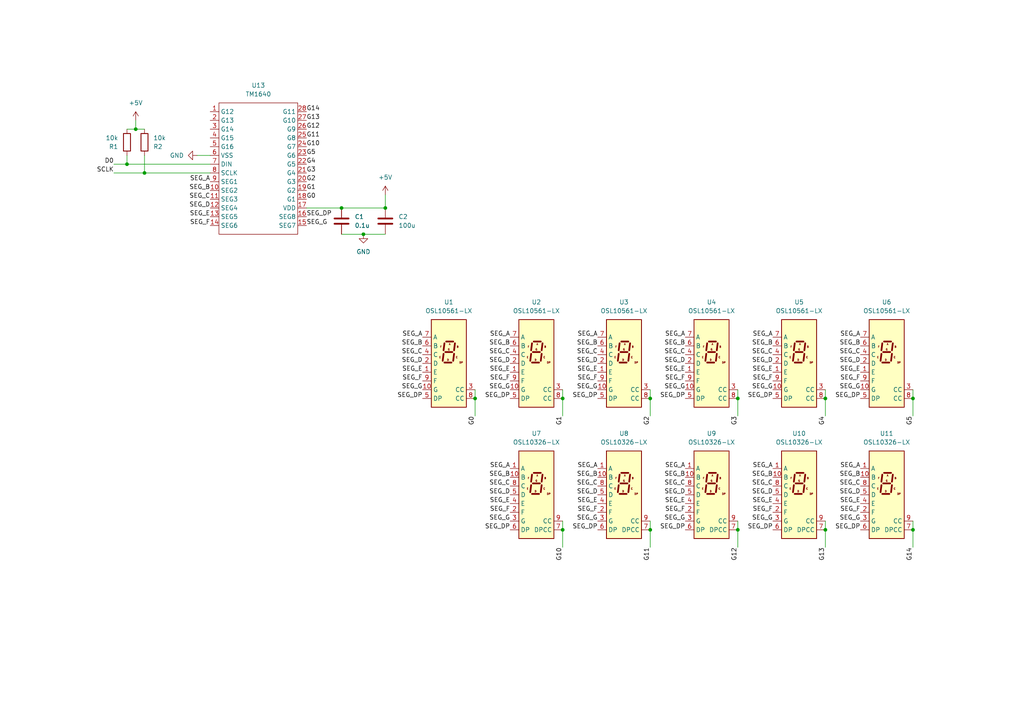
<source format=kicad_sch>
(kicad_sch (version 20230121) (generator eeschema)
  (paper "A4")
  (lib_symbols
    (symbol "Device:C" (pin_numbers hide) (pin_names (offset 0.254))
      (property "Reference" "C" (at 0.635 2.54 0))
      (property "Value" "C" (at 0.635 -2.54 0))
      (symbol "C_0_1"
        (polyline (pts (xy -2.032 -0.762) (xy 2.032 -0.762)) (stroke (width 0.508)))
        (polyline (pts (xy -2.032 0.762) (xy 2.032 0.762)) (stroke (width 0.508)))
      )
      (symbol "C_1_1"
        (pin passive line (at 0 3.81 270) (length 2.794) (name "~") (number "1"))
        (pin passive line (at 0 -3.81 90) (length 2.794) (name "~") (number "2"))
      )
    )
    (symbol "Device:R" (pin_numbers hide) (pin_names (offset 0))
      (property "Reference" "R" (at 2.032 0 90))
      (property "Value" "R" (at 0 0 90))
      (symbol "R_0_1"
        (rectangle (start -1.016 -2.54) (end 1.016 2.54) (stroke (width 0.254)))
      )
      (symbol "R_1_1"
        (pin passive line (at 0 3.81 270) (length 1.27) (name "~") (number "1"))
        (pin passive line (at 0 -3.81 90) (length 1.27) (name "~") (number "2"))
      )
    )
    (symbol "Rev counter by BT:OSL10326-LX"
      (property "Reference" "U" (at 0 17.78 0))
      (property "Value" "OSL10326-LX" (at 0 15.24 0))
      (symbol "OSL10326-LX_0_0"
        (text "A" (at 0.254 5.588 0) (effects (font (size 0.508 0.508))))
        (text "B" (at 2.54 4.826 0) (effects (font (size 0.508 0.508))))
        (text "C" (at 2.286 1.778 0) (effects (font (size 0.508 0.508))))
        (text "D" (at -0.254 1.016 0) (effects (font (size 0.508 0.508))))
        (text "DP" (at 3.556 0.254 0) (effects (font (size 0.508 0.508))))
        (text "E" (at -2.54 1.778 0) (effects (font (size 0.508 0.508))))
        (text "F" (at -2.286 4.826 0) (effects (font (size 0.508 0.508))))
        (text "G" (at 0 4.064 0) (effects (font (size 0.508 0.508))))
      )
      (symbol "OSL10326-LX_0_1"
        (rectangle (start -5.08 12.7) (end 5.08 -12.7) (stroke (width 0.254)) (fill (type background)))
        (polyline (pts (xy -1.524 2.794) (xy -1.778 0.762)) (stroke (width 0.508)))
        (polyline (pts (xy -1.27 0.254) (xy 0.762 0.254)) (stroke (width 0.508)))
        (polyline (pts (xy -1.27 5.842) (xy -1.524 3.81)) (stroke (width 0.508)))
        (polyline (pts (xy -1.016 3.302) (xy 1.016 3.302)) (stroke (width 0.508)))
        (polyline (pts (xy -0.762 6.35) (xy 1.27 6.35)) (stroke (width 0.508)))
        (polyline (pts (xy 1.524 2.794) (xy 1.27 0.762)) (stroke (width 0.508)))
        (polyline (pts (xy 1.778 5.842) (xy 1.524 3.81)) (stroke (width 0.508)))
        (polyline (pts (xy 2.54 0.254) (xy 2.54 0.254)) (stroke (width 0.508)))
      )
      (symbol "OSL10326-LX_1_1"
        (pin input line (at -7.62 7.62 0) (length 2.54) (name "A") (number "1"))
        (pin input line (at -7.62 5.08 0) (length 2.54) (name "B") (number "10"))
        (pin input line (at -7.62 -5.08 0) (length 2.54) (name "F") (number "2"))
        (pin input line (at -7.62 -7.62 0) (length 2.54) (name "G") (number "3"))
        (pin input line (at -7.62 -2.54 0) (length 2.54) (name "E") (number "4"))
        (pin input line (at -7.62 0 0) (length 2.54) (name "D") (number "5"))
        (pin input line (at -7.62 -10.16 0) (length 2.54) (name "DP") (number "6"))
        (pin input line (at 7.62 -10.16 180) (length 2.54) (name "DPCC") (number "7"))
        (pin input line (at -7.62 2.54 0) (length 2.54) (name "C") (number "8"))
        (pin input line (at 7.62 -7.62 180) (length 2.54) (name "CC") (number "9"))
      )
    )
    (symbol "Rev counter by BT:OSL10561-LX"
      (property "Reference" "U" (at 0 17.78 0))
      (property "Value" "OSL10561-LX" (at 0 15.24 0))
      (symbol "OSL10561-LX_0_0"
        (text "A" (at 0.254 5.588 0) (effects (font (size 0.508 0.508))))
        (text "B" (at 2.54 4.826 0) (effects (font (size 0.508 0.508))))
        (text "C" (at 2.286 1.778 0) (effects (font (size 0.508 0.508))))
        (text "D" (at -0.254 1.016 0) (effects (font (size 0.508 0.508))))
        (text "DP" (at 3.556 0.254 0) (effects (font (size 0.508 0.508))))
        (text "E" (at -2.54 1.778 0) (effects (font (size 0.508 0.508))))
        (text "F" (at -2.286 4.826 0) (effects (font (size 0.508 0.508))))
        (text "G" (at 0 4.064 0) (effects (font (size 0.508 0.508))))
      )
      (symbol "OSL10561-LX_0_1"
        (rectangle (start -5.08 12.7) (end 5.08 -12.7) (stroke (width 0.254)) (fill (type background)))
        (polyline (pts (xy -1.524 2.794) (xy -1.778 0.762)) (stroke (width 0.508)))
        (polyline (pts (xy -1.27 0.254) (xy 0.762 0.254)) (stroke (width 0.508)))
        (polyline (pts (xy -1.27 5.842) (xy -1.524 3.81)) (stroke (width 0.508)))
        (polyline (pts (xy -1.016 3.302) (xy 1.016 3.302)) (stroke (width 0.508)))
        (polyline (pts (xy -0.762 6.35) (xy 1.27 6.35)) (stroke (width 0.508)))
        (polyline (pts (xy 1.524 2.794) (xy 1.27 0.762)) (stroke (width 0.508)))
        (polyline (pts (xy 1.778 5.842) (xy 1.524 3.81)) (stroke (width 0.508)))
        (polyline (pts (xy 2.54 0.254) (xy 2.54 0.254)) (stroke (width 0.508)))
      )
      (symbol "OSL10561-LX_1_1"
        (pin input line (at -7.62 -2.54 0) (length 2.54) (name "E") (number "1"))
        (pin input line (at -7.62 -7.62 0) (length 2.54) (name "G") (number "10"))
        (pin input line (at -7.62 0 0) (length 2.54) (name "D") (number "2"))
        (pin input line (at 7.62 -7.62 180) (length 2.54) (name "CC") (number "3"))
        (pin input line (at -7.62 2.54 0) (length 2.54) (name "C") (number "4"))
        (pin input line (at -7.62 -10.16 0) (length 2.54) (name "DP") (number "5"))
        (pin input line (at -7.62 5.08 0) (length 2.54) (name "B") (number "6"))
        (pin input line (at -7.62 7.62 0) (length 2.54) (name "A") (number "7"))
        (pin input line (at 7.62 -10.16 180) (length 2.54) (name "CC") (number "8"))
        (pin input line (at -7.62 -5.08 0) (length 2.54) (name "F") (number "9"))
      )
    )
    (symbol "Rev counter by BT:TM1640"
      (property "Reference" "U" (at 0 24.13 0))
      (property "Value" "TM1640" (at 0 21.59 0))
      (symbol "TM1640_0_1"
        (rectangle (start -11.43 19.05) (end 11.43 -19.05))
      )
      (symbol "TM1640_1_1"
        (pin input line (at -13.97 16.51 0) (length 2.54) (name "G12") (number "1"))
        (pin input line (at -13.97 -6.35 0) (length 2.54) (name "SEG2") (number "10"))
        (pin input line (at -13.97 -8.89 0) (length 2.54) (name "SEG3") (number "11"))
        (pin input line (at -13.97 -11.43 0) (length 2.54) (name "SEG4") (number "12"))
        (pin input line (at -13.97 -13.97 0) (length 2.54) (name "SEG5") (number "13"))
        (pin input line (at -13.97 -16.51 0) (length 2.54) (name "SEG6") (number "14"))
        (pin input line (at 13.97 -16.51 180) (length 2.54) (name "SEG7") (number "15"))
        (pin input line (at 13.97 -13.97 180) (length 2.54) (name "SEG8") (number "16"))
        (pin input line (at 13.97 -11.43 180) (length 2.54) (name "VDD") (number "17"))
        (pin input line (at 13.97 -8.89 180) (length 2.54) (name "G1") (number "18"))
        (pin input line (at 13.97 -6.35 180) (length 2.54) (name "G2") (number "19"))
        (pin input line (at -13.97 13.97 0) (length 2.54) (name "G13") (number "2"))
        (pin input line (at 13.97 -3.81 180) (length 2.54) (name "G3") (number "20"))
        (pin input line (at 13.97 -1.27 180) (length 2.54) (name "G4") (number "21"))
        (pin input line (at 13.97 1.27 180) (length 2.54) (name "G5") (number "22"))
        (pin input line (at 13.97 3.81 180) (length 2.54) (name "G6") (number "23"))
        (pin input line (at 13.97 6.35 180) (length 2.54) (name "G7") (number "24"))
        (pin input line (at 13.97 8.89 180) (length 2.54) (name "G8") (number "25"))
        (pin input line (at 13.97 11.43 180) (length 2.54) (name "G9") (number "26"))
        (pin input line (at 13.97 13.97 180) (length 2.54) (name "G10") (number "27"))
        (pin input line (at 13.97 16.51 180) (length 2.54) (name "G11") (number "28"))
        (pin input line (at -13.97 11.43 0) (length 2.54) (name "G14") (number "3"))
        (pin input line (at -13.97 8.89 0) (length 2.54) (name "G15") (number "4"))
        (pin input line (at -13.97 6.35 0) (length 2.54) (name "G16") (number "5"))
        (pin input line (at -13.97 3.81 0) (length 2.54) (name "VSS") (number "6"))
        (pin input line (at -13.97 1.27 0) (length 2.54) (name "DIN") (number "7"))
        (pin input line (at -13.97 -1.27 0) (length 2.54) (name "SCLK") (number "8"))
        (pin input line (at -13.97 -3.81 0) (length 2.54) (name "SEG1") (number "9"))
      )
    )
    (symbol "power:+5V" (power) (pin_names (offset 0))
      (property "Value" "+5V" (at 0 3.556 0))
      (symbol "+5V_0_1"
        (polyline (pts (xy -0.762 1.27) (xy 0 2.54)))
        (polyline (pts (xy 0 0) (xy 0 2.54)))
        (polyline (pts (xy 0 2.54) (xy 0.762 1.27)))
      )
      (symbol "+5V_1_1"
        (pin power_in line (at 0 0 90) (length 0) hide (name "+5V") (number "1"))
      )
    )
    (symbol "power:GND" (power) (pin_names (offset 0))
      (property "Value" "GND" (at 0 -3.81 0))
      (symbol "GND_0_1"
        (polyline (pts (xy 0 0) (xy 0 -1.27) (xy 1.27 -1.27) (xy 0 -2.54) (xy -1.27 -1.27) (xy 0 -1.27)))
      )
      (symbol "GND_1_1"
        (pin power_in line (at 0 0 270) (length 0) hide (name "GND") (number "1"))
      )
    )
  )
  (junction (at 213.995 153.67))
  (junction (at 39.37 37.465))
  (junction (at 264.795 115.57))
  (junction (at 264.795 153.67))
  (junction (at 41.91 50.165))
  (junction (at 163.195 153.67))
  (junction (at 188.595 115.57))
  (junction (at 99.06 60.325))
  (junction (at 111.76 60.325))
  (junction (at 163.195 115.57))
  (junction (at 213.995 115.57))
  (junction (at 105.41 67.945))
  (junction (at 137.795 115.57))
  (junction (at 239.395 153.67))
  (junction (at 188.595 153.67))
  (junction (at 36.83 47.625))
  (junction (at 239.395 115.57))
  (wire (pts (xy 163.195 158.75) (xy 163.195 153.67)))
  (wire (pts (xy 213.995 158.75) (xy 213.995 153.67)))
  (wire (pts (xy 111.76 56.515) (xy 111.76 60.325)))
  (wire (pts (xy 188.595 153.67) (xy 188.595 151.13)))
  (wire (pts (xy 39.37 37.465) (xy 41.91 37.465)))
  (wire (pts (xy 239.395 153.67) (xy 239.395 151.13)))
  (wire (pts (xy 163.195 115.57) (xy 163.195 113.03)))
  (wire (pts (xy 36.83 45.085) (xy 36.83 47.625)))
  (wire (pts (xy 264.795 115.57) (xy 264.795 113.03)))
  (wire (pts (xy 105.41 67.945) (xy 111.76 67.945)))
  (wire (pts (xy 239.395 115.57) (xy 239.395 113.03)))
  (wire (pts (xy 264.795 158.75) (xy 264.795 153.67)))
  (wire (pts (xy 213.995 153.67) (xy 213.995 151.13)))
  (wire (pts (xy 137.795 115.57) (xy 137.795 113.03)))
  (wire (pts (xy 33.02 50.165) (xy 41.91 50.165)))
  (wire (pts (xy 163.195 153.67) (xy 163.195 151.13)))
  (wire (pts (xy 137.795 120.65) (xy 137.795 115.57)))
  (wire (pts (xy 39.37 37.465) (xy 39.37 34.925)))
  (wire (pts (xy 239.395 158.75) (xy 239.395 153.67)))
  (wire (pts (xy 264.795 120.65) (xy 264.795 115.57)))
  (wire (pts (xy 36.83 47.625) (xy 60.96 47.625)))
  (wire (pts (xy 41.91 45.085) (xy 41.91 50.165)))
  (wire (pts (xy 99.06 67.945) (xy 105.41 67.945)))
  (wire (pts (xy 264.795 153.67) (xy 264.795 151.13)))
  (wire (pts (xy 213.995 115.57) (xy 213.995 113.03)))
  (wire (pts (xy 188.595 158.75) (xy 188.595 153.67)))
  (wire (pts (xy 99.06 60.325) (xy 88.9 60.325)))
  (wire (pts (xy 36.83 37.465) (xy 39.37 37.465)))
  (wire (pts (xy 239.395 120.65) (xy 239.395 115.57)))
  (wire (pts (xy 188.595 120.65) (xy 188.595 115.57)))
  (wire (pts (xy 188.595 115.57) (xy 188.595 113.03)))
  (wire (pts (xy 99.06 60.325) (xy 111.76 60.325)))
  (wire (pts (xy 213.995 120.65) (xy 213.995 115.57)))
  (wire (pts (xy 163.195 120.65) (xy 163.195 115.57)))
  (wire (pts (xy 33.02 47.625) (xy 36.83 47.625)))
  (wire (pts (xy 57.15 45.085) (xy 60.96 45.085)))
  (wire (pts (xy 41.91 50.165) (xy 60.96 50.165)))
  (label "SEG_C" (at 60.96 57.785 180))
  (label "G1" (at 163.195 120.65 270))
  (label "SEG_G" (at 249.555 151.13 180))
  (label "G2" (at 188.595 120.65 270))
  (label "G13" (at 239.395 158.75 270))
  (label "SEG_E" (at 173.355 107.95 180))
  (label "SEG_A" (at 173.355 135.89 180))
  (label "SEG_A" (at 173.355 97.79 180))
  (label "G4" (at 88.9 47.625 0))
  (label "SEG_D" (at 173.355 105.41 180))
  (label "SEG_A" (at 249.555 135.89 180))
  (label "SEG_E" (at 147.955 146.05 180))
  (label "SEG_A" (at 249.555 97.79 180))
  (label "SEG_D" (at 122.555 105.41 180))
  (label "SEG_F" (at 147.955 148.59 180))
  (label "SCLK" (at 33.02 50.165 180))
  (label "SEG_G" (at 122.555 113.03 180))
  (label "G5" (at 264.795 120.65 270))
  (label "SEG_A" (at 224.155 97.79 180))
  (label "SEG_C" (at 198.755 102.87 180))
  (label "SEG_B" (at 198.755 138.43 180))
  (label "SEG_DP" (at 249.555 115.57 180))
  (label "SEG_B" (at 173.355 138.43 180))
  (label "SEG_DP" (at 122.555 115.57 180))
  (label "SEG_DP" (at 88.9 62.865 0))
  (label "SEG_DP" (at 147.955 153.67 180))
  (label "G12" (at 88.9 37.465 0))
  (label "SEG_B" (at 173.355 100.33 180))
  (label "SEG_F" (at 249.555 148.59 180))
  (label "SEG_DP" (at 224.155 115.57 180))
  (label "SEG_C" (at 147.955 102.87 180))
  (label "SEG_C" (at 198.755 140.97 180))
  (label "SEG_G" (at 173.355 113.03 180))
  (label "SEG_E" (at 60.96 62.865 180))
  (label "SEG_E" (at 173.355 146.05 180))
  (label "SEG_A" (at 122.555 97.79 180))
  (label "G5" (at 88.9 45.085 0))
  (label "G10" (at 163.195 158.75 270))
  (label "SEG_F" (at 173.355 148.59 180))
  (label "SEG_F" (at 198.755 148.59 180))
  (label "SEG_DP" (at 224.155 153.67 180))
  (label "SEG_B" (at 224.155 138.43 180))
  (label "SEG_D" (at 249.555 143.51 180))
  (label "SEG_C" (at 224.155 102.87 180))
  (label "SEG_DP" (at 198.755 115.57 180))
  (label "SEG_G" (at 173.355 151.13 180))
  (label "G14" (at 88.9 32.385 0))
  (label "SEG_A" (at 224.155 135.89 180))
  (label "SEG_D" (at 60.96 60.325 180))
  (label "G0" (at 137.795 120.65 270))
  (label "SEG_E" (at 198.755 107.95 180))
  (label "G0" (at 88.9 57.785 0))
  (label "SEG_C" (at 224.155 140.97 180))
  (label "SEG_A" (at 198.755 135.89 180))
  (label "SEG_C" (at 249.555 140.97 180))
  (label "SEG_DP" (at 173.355 153.67 180))
  (label "SEG_F" (at 224.155 110.49 180))
  (label "SEG_F" (at 249.555 110.49 180))
  (label "SEG_DP" (at 249.555 153.67 180))
  (label "SEG_E" (at 249.555 107.95 180))
  (label "SEG_D" (at 147.955 105.41 180))
  (label "SEG_E" (at 224.155 146.05 180))
  (label "SEG_D" (at 224.155 105.41 180))
  (label "SEG_A" (at 147.955 135.89 180))
  (label "SEG_C" (at 147.955 140.97 180))
  (label "SEG_C" (at 173.355 102.87 180))
  (label "SEG_C" (at 173.355 140.97 180))
  (label "SEG_E" (at 122.555 107.95 180))
  (label "SEG_E" (at 224.155 107.95 180))
  (label "SEG_C" (at 249.555 102.87 180))
  (label "G4" (at 239.395 120.65 270))
  (label "SEG_D" (at 249.555 105.41 180))
  (label "SEG_A" (at 60.96 52.705 180))
  (label "SEG_E" (at 147.955 107.95 180))
  (label "SEG_A" (at 147.955 97.79 180))
  (label "SEG_G" (at 224.155 113.03 180))
  (label "SEG_B" (at 60.96 55.245 180))
  (label "SEG_F" (at 224.155 148.59 180))
  (label "SEG_F" (at 198.755 110.49 180))
  (label "SEG_D" (at 173.355 143.51 180))
  (label "SEG_G" (at 198.755 113.03 180))
  (label "SEG_A" (at 198.755 97.79 180))
  (label "SEG_B" (at 147.955 138.43 180))
  (label "G13" (at 88.9 34.925 0))
  (label "SEG_C" (at 122.555 102.87 180))
  (label "D0" (at 33.02 47.625 180))
  (label "SEG_E" (at 198.755 146.05 180))
  (label "G11" (at 88.9 40.005 0))
  (label "SEG_B" (at 249.555 100.33 180))
  (label "G2" (at 88.9 52.705 0))
  (label "SEG_DP" (at 198.755 153.67 180))
  (label "G14" (at 264.795 158.75 270))
  (label "SEG_D" (at 147.955 143.51 180))
  (label "SEG_G" (at 147.955 151.13 180))
  (label "SEG_D" (at 224.155 143.51 180))
  (label "G3" (at 88.9 50.165 0))
  (label "SEG_B" (at 122.555 100.33 180))
  (label "SEG_E" (at 249.555 146.05 180))
  (label "SEG_D" (at 198.755 105.41 180))
  (label "SEG_G" (at 224.155 151.13 180))
  (label "SEG_F" (at 173.355 110.49 180))
  (label "SEG_B" (at 224.155 100.33 180))
  (label "G3" (at 213.995 120.65 270))
  (label "SEG_F" (at 122.555 110.49 180))
  (label "G11" (at 188.595 158.75 270))
  (label "SEG_G" (at 249.555 113.03 180))
  (label "SEG_G" (at 198.755 151.13 180))
  (label "SEG_F" (at 60.96 65.405 180))
  (label "SEG_DP" (at 147.955 115.57 180))
  (label "SEG_D" (at 198.755 143.51 180))
  (label "SEG_DP" (at 173.355 115.57 180))
  (label "SEG_B" (at 198.755 100.33 180))
  (label "SEG_F" (at 147.955 110.49 180))
  (label "SEG_B" (at 147.955 100.33 180))
  (label "SEG_G" (at 147.955 113.03 180))
  (label "G10" (at 88.9 42.545 0))
  (label "SEG_B" (at 249.555 138.43 180))
  (label "G12" (at 213.995 158.75 270))
  (label "G1" (at 88.9 55.245 0))
  (label "SEG_G" (at 88.9 65.405 0))
  (symbol (lib_id "Rev counter by BT:OSL10561-LX") (at 155.575 105.41 0) (unit 1)
    (property "Reference" "U2" (at 155.575 87.63 0))
    (property "Value" "OSL10561-LX" (at 155.575 90.17 0))
    (property "Footprint" "Rev counter by BT:OSL10561-LX" (effects hide))
  )
  (symbol (lib_id "power:GND") (at 57.15 45.085 270) (unit 1)
    (property "Reference" "#PWR09" (effects hide))
    (property "Value" "GND" (at 53.34 45.085 90) (effects (justify right)))
  )
  (symbol (lib_id "Rev counter by BT:OSL10561-LX") (at 206.375 105.41 0) (unit 1)
    (property "Reference" "U4" (at 206.375 87.63 0))
    (property "Value" "OSL10561-LX" (at 206.375 90.17 0))
    (property "Footprint" "Rev counter by BT:OSL10561-LX" (effects hide))
  )
  (symbol (lib_id "Rev counter by BT:OSL10326-LX") (at 180.975 143.51 0) (unit 1)
    (property "Reference" "U8" (at 180.975 125.73 0))
    (property "Value" "OSL10326-LX" (at 180.975 128.27 0))
    (property "Footprint" "Rev counter by BT:OSL10326-LX" (effects hide))
  )
  (symbol (lib_id "Rev counter by BT:OSL10561-LX") (at 231.775 105.41 0) (unit 1)
    (property "Reference" "U5" (at 231.775 87.63 0))
    (property "Value" "OSL10561-LX" (at 231.775 90.17 0))
    (property "Footprint" "Rev counter by BT:OSL10561-LX" (effects hide))
  )
  (symbol (lib_id "Rev counter by BT:OSL10326-LX") (at 231.775 143.51 0) (unit 1)
    (property "Reference" "U10" (at 231.775 125.73 0))
    (property "Value" "OSL10326-LX" (at 231.775 128.27 0))
    (property "Footprint" "Rev counter by BT:OSL10326-LX" (effects hide))
  )
  (symbol (lib_id "power:+5V") (at 39.37 34.925 0) (unit 1)
    (property "Reference" "#PWR08" (effects hide))
    (property "Value" "+5V" (at 39.37 29.845 0))
  )
  (symbol (lib_id "Device:C") (at 99.06 64.135 0) (unit 1)
    (property "Reference" "C1" (at 102.87 62.865 0) (effects (justify left)))
    (property "Value" "0.1u" (at 102.87 65.405 0) (effects (justify left)))
    (property "Footprint" "Capacitor_SMD:C_0603_1608Metric_Pad1.08x0.95mm_HandSolder" (effects hide))
  )
  (symbol (lib_id "Device:C") (at 111.76 64.135 0) (unit 1)
    (property "Reference" "C2" (at 115.57 62.865 0) (effects (justify left)))
    (property "Value" "100u" (at 115.57 65.405 0) (effects (justify left)))
    (property "Footprint" "Capacitor_SMD:C_0603_1608Metric_Pad1.08x0.95mm_HandSolder" (effects hide))
  )
  (symbol (lib_id "Rev counter by BT:OSL10561-LX") (at 180.975 105.41 0) (unit 1)
    (property "Reference" "U3" (at 180.975 87.63 0))
    (property "Value" "OSL10561-LX" (at 180.975 90.17 0))
    (property "Footprint" "Rev counter by BT:OSL10561-LX" (effects hide))
  )
  (symbol (lib_id "Rev counter by BT:OSL10561-LX") (at 257.175 105.41 0) (unit 1)
    (property "Reference" "U6" (at 257.175 87.63 0))
    (property "Value" "OSL10561-LX" (at 257.175 90.17 0))
    (property "Footprint" "Rev counter by BT:OSL10561-LX" (effects hide))
  )
  (symbol (lib_id "Rev counter by BT:OSL10326-LX") (at 257.175 143.51 0) (unit 1)
    (property "Reference" "U11" (at 257.175 125.73 0))
    (property "Value" "OSL10326-LX" (at 257.175 128.27 0))
    (property "Footprint" "Rev counter by BT:OSL10326-LX" (effects hide))
  )
  (symbol (lib_id "power:+5V") (at 111.76 56.515 0) (unit 1)
    (property "Reference" "#PWR012" (effects hide))
    (property "Value" "+5V" (at 111.76 51.435 0))
  )
  (symbol (lib_id "Rev counter by BT:OSL10326-LX") (at 155.575 143.51 0) (unit 1)
    (property "Reference" "U7" (at 155.575 125.73 0))
    (property "Value" "OSL10326-LX" (at 155.575 128.27 0))
    (property "Footprint" "Rev counter by BT:OSL10326-LX" (effects hide))
  )
  (symbol (lib_id "Rev counter by BT:OSL10561-LX") (at 130.175 105.41 0) (unit 1)
    (property "Reference" "U1" (at 130.175 87.63 0))
    (property "Value" "OSL10561-LX" (at 130.175 90.17 0))
    (property "Footprint" "Rev counter by BT:OSL10561-LX" (effects hide))
  )
  (symbol (lib_id "Rev counter by BT:TM1640") (at 74.93 48.895 0) (unit 1)
    (property "Reference" "U13" (at 74.93 24.765 0))
    (property "Value" "TM1640" (at 74.93 27.305 0))
    (property "Footprint" "Rev counter by BT:TM1640" (effects hide))
  )
  (symbol (lib_id "Device:R") (at 41.91 41.275 0) (mirror y) (unit 1)
    (property "Reference" "R2" (at 44.45 42.545 0) (effects (justify right)))
    (property "Value" "10k" (at 44.45 40.005 0) (effects (justify right)))
    (property "Footprint" "Resistor_SMD:R_0603_1608Metric_Pad0.98x0.95mm_HandSolder" (effects hide))
  )
  (symbol (lib_id "Rev counter by BT:OSL10326-LX") (at 206.375 143.51 0) (unit 1)
    (property "Reference" "U9" (at 206.375 125.73 0))
    (property "Value" "OSL10326-LX" (at 206.375 128.27 0))
    (property "Footprint" "Rev counter by BT:OSL10326-LX" (effects hide))
  )
  (symbol (lib_id "Device:R") (at 36.83 41.275 0) (unit 1)
    (property "Reference" "R1" (at 34.29 42.545 0) (effects (justify right)))
    (property "Value" "10k" (at 34.29 40.005 0) (effects (justify right)))
    (property "Footprint" "Resistor_SMD:R_0603_1608Metric_Pad0.98x0.95mm_HandSolder" (effects hide))
  )
  (symbol (lib_id "power:GND") (at 105.41 67.945 0) (unit 1)
    (property "Reference" "#PWR015" (effects hide))
    (property "Value" "GND" (at 105.41 73.025 0))
  )
)
</source>
